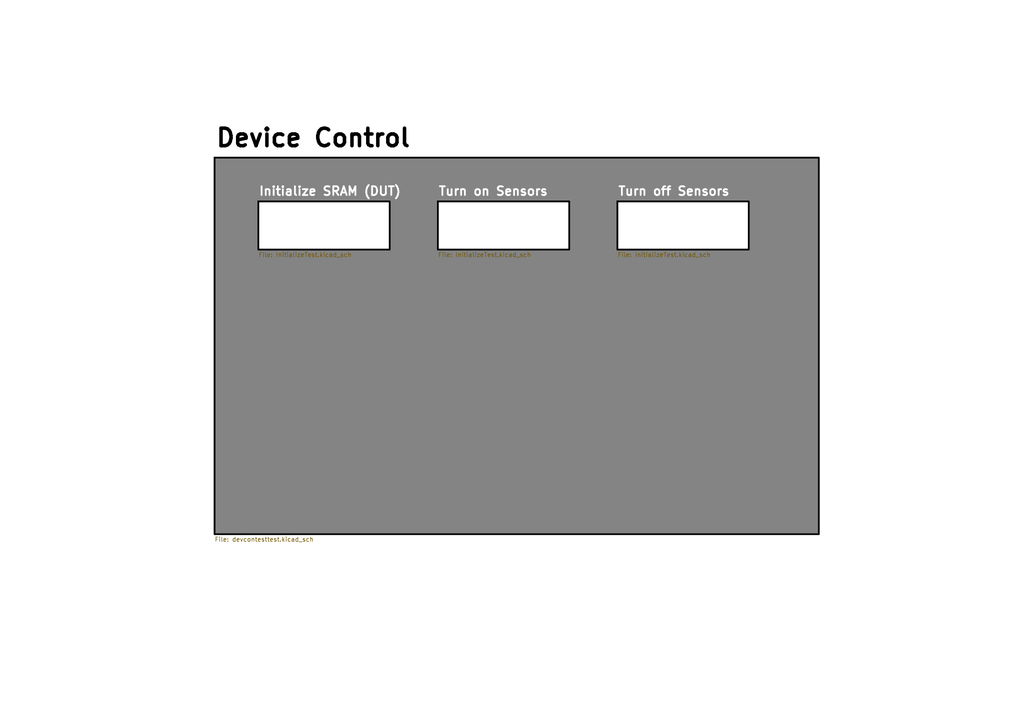
<source format=kicad_sch>
(kicad_sch
	(version 20231120)
	(generator "eeschema")
	(generator_version "8.0")
	(uuid "fb744965-2278-43db-bb00-421f03938f66")
	(paper "A4")
	(lib_symbols)
	(sheet
		(at 62.23 45.72)
		(size 175.26 109.22)
		(fields_autoplaced yes)
		(stroke
			(width 0.508)
			(type solid)
			(color 0 0 0 1)
		)
		(fill
			(color 132 132 132 1.0000)
		)
		(uuid "a3d38be6-8615-459d-8acf-eeb5df0aa289")
		(property "Sheetname" "Device Control"
			(at 62.23 42.9256 0)
			(effects
				(font
					(size 5.08 5.08)
					(thickness 1.016)
					(bold yes)
					(color 0 0 0 1)
				)
				(justify left bottom)
			)
		)
		(property "Sheetfile" "devcontesttest.kicad_sch"
			(at 62.23 155.7024 0)
			(effects
				(font
					(size 1.27 1.27)
				)
				(justify left top)
			)
		)
		(instances
			(project "Testing"
				(path "/f035f0a1-379f-4f34-81a0-5945bf64a21f/6fc5fdd6-a818-40b4-b92a-e3dccf9762b7"
					(page "69")
				)
			)
		)
	)
	(sheet
		(at 74.93 58.42)
		(size 38.1 13.97)
		(fields_autoplaced yes)
		(stroke
			(width 0.508)
			(type solid)
			(color 0 0 0 1)
		)
		(fill
			(color 255 255 255 1.0000)
		)
		(uuid "af2fe92f-996a-4d4c-a6a4-9757272b4c83")
		(property "Sheetname" "Initialize SRAM (DUT)"
			(at 74.93 56.8956 0)
			(effects
				(font
					(size 2.54 2.54)
					(thickness 0.508)
					(bold yes)
					(color 255 255 255 1)
				)
				(justify left bottom)
			)
		)
		(property "Sheetfile" "InitializeTest.kicad_sch"
			(at 74.93 73.1524 0)
			(effects
				(font
					(size 1.27 1.27)
				)
				(justify left top)
			)
		)
		(property "Field2" ""
			(at 74.93 58.42 0)
			(effects
				(font
					(size 1.27 1.27)
				)
				(hide yes)
			)
		)
		(instances
			(project "Testing"
				(path "/f035f0a1-379f-4f34-81a0-5945bf64a21f/6fc5fdd6-a818-40b4-b92a-e3dccf9762b7"
					(page "70")
				)
			)
		)
	)
	(sheet
		(at 127 58.42)
		(size 38.1 13.97)
		(fields_autoplaced yes)
		(stroke
			(width 0.508)
			(type solid)
			(color 0 0 0 1)
		)
		(fill
			(color 255 255 255 1.0000)
		)
		(uuid "d5c8bd9f-fd79-4ce8-ab3d-6af12d9e4e0f")
		(property "Sheetname" "Turn on Sensors"
			(at 127 56.8956 0)
			(effects
				(font
					(size 2.54 2.54)
					(thickness 0.508)
					(bold yes)
					(color 255 255 255 1)
				)
				(justify left bottom)
			)
		)
		(property "Sheetfile" "InitializeTest.kicad_sch"
			(at 127 73.1524 0)
			(effects
				(font
					(size 1.27 1.27)
				)
				(justify left top)
			)
		)
		(property "Field2" ""
			(at 127 58.42 0)
			(effects
				(font
					(size 1.27 1.27)
				)
				(hide yes)
			)
		)
		(instances
			(project "Testing"
				(path "/f035f0a1-379f-4f34-81a0-5945bf64a21f/6fc5fdd6-a818-40b4-b92a-e3dccf9762b7"
					(page "55")
				)
			)
		)
	)
	(sheet
		(at 179.07 58.42)
		(size 38.1 13.97)
		(fields_autoplaced yes)
		(stroke
			(width 0.508)
			(type solid)
			(color 0 0 0 1)
		)
		(fill
			(color 255 255 255 1.0000)
		)
		(uuid "de912c66-843b-4ec2-ad2c-db32c8bcc63f")
		(property "Sheetname" "Turn off Sensors"
			(at 179.07 56.8956 0)
			(effects
				(font
					(size 2.54 2.54)
					(thickness 0.508)
					(bold yes)
					(color 255 255 255 1)
				)
				(justify left bottom)
			)
		)
		(property "Sheetfile" "InitializeTest.kicad_sch"
			(at 179.07 73.1524 0)
			(effects
				(font
					(size 1.27 1.27)
				)
				(justify left top)
			)
		)
		(property "Field2" ""
			(at 179.07 58.42 0)
			(effects
				(font
					(size 1.27 1.27)
				)
				(hide yes)
			)
		)
		(instances
			(project "Testing"
				(path "/f035f0a1-379f-4f34-81a0-5945bf64a21f/6fc5fdd6-a818-40b4-b92a-e3dccf9762b7"
					(page "56")
				)
			)
		)
	)
)

</source>
